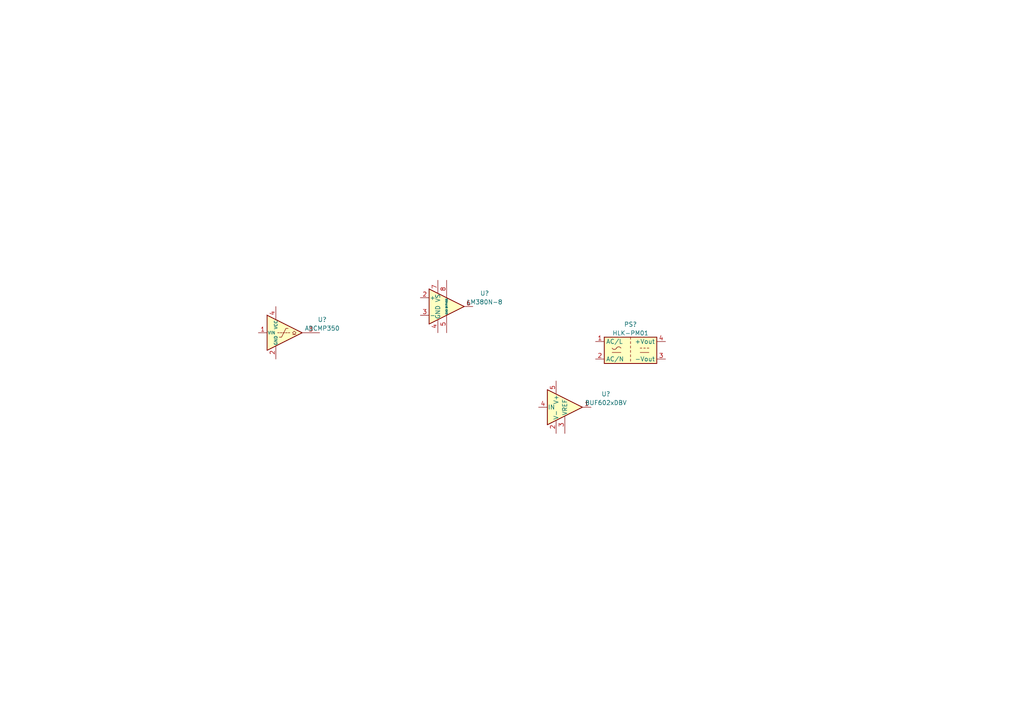
<source format=kicad_sch>
(kicad_sch (version 20211123) (generator eeschema)
  (paper "A4")
  (lib_symbols
    (symbol "Amplifier_Audio:LM380N-8" (pin_names (offset 0.127))
      (property "Reference" "U" (at 6.35 6.35 0))
      (property "Value" "LM380N-8" (at 6.35 3.81 0))
      (symbol "LM380N-8_0_1"
        (polyline (pts (xy -5.08 5.08) (xy 5.08 0) (xy -5.08 -5.08) (xy -5.08 5.08)) (stroke (width 0.254)) (fill (type background)))
      )
      (symbol "LM380N-8_1_1"
        (pin no_connect line (at 0 2.54 270) (length 2.54) hide (name "NC") (number "1"))
        (pin input line (at -7.62 2.54 0) (length 2.54) (name "+") (number "2"))
        (pin input line (at -7.62 -2.54 0) (length 2.54) (name "-") (number "3"))
        (pin power_in line (at -2.54 -7.62 90) (length 3.81) (name "GND") (number "4"))
        (pin power_in line (at 0 -7.62 90) (length 5.08) (name "GND") (number "5"))
        (pin output line (at 7.62 0 180) (length 2.54) (name "~") (number "6"))
        (pin power_in line (at -2.54 7.62 270) (length 3.81) (name "VS") (number "7"))
        (pin passive line (at 0 7.62 270) (length 5.08) (name "BYPASS") (number "8"))
      )
    )
    (symbol "Amplifier_Buffer:BUF602xDBV" (pin_names (offset 0.127))
      (property "Reference" "U" (at 6.35 2.54 0))
      (property "Value" "BUF602xDBV" (at 7.62 -2.54 0))
      (symbol "BUF602xDBV_0_1"
        (polyline (pts (xy 5.08 0) (xy -5.08 5.08) (xy -5.08 -5.08) (xy 5.08 0)) (stroke (width 0.254)) (fill (type background)))
      )
      (symbol "BUF602xDBV_1_1"
        (pin output line (at 7.62 0 180) (length 2.54) (name "~") (number "1"))
        (pin power_in line (at -2.54 -7.62 90) (length 3.81) (name "V-") (number "2"))
        (pin output line (at 0 -7.62 90) (length 5.08) (name "VREF") (number "3"))
        (pin input line (at -7.62 0 0) (length 2.54) (name "IN") (number "4"))
        (pin power_in line (at -2.54 7.62 270) (length 3.81) (name "V+") (number "5"))
      )
    )
    (symbol "Comparator:ADCMP350" (pin_names (offset 0.127))
      (property "Reference" "U" (at 3.175 5.08 0))
      (property "Value" "ADCMP350" (at 3.175 -5.08 0))
      (symbol "ADCMP350_0_1"
        (polyline (pts (xy 1.016 0) (xy 0.508 0)))
        (polyline (pts (xy 1.778 0) (xy 1.27 0)))
        (polyline (pts (xy 2.032 0) (xy 2.54 0)))
        (polyline (pts (xy 2.794 0) (xy 3.302 0)))
        (polyline (pts (xy 3.556 0) (xy 4.064 0)))
        (polyline (pts (xy -2.54 5.08) (xy 7.62 0) (xy -2.54 -5.08) (xy -2.54 5.08)) (stroke (width 0.254)) (fill (type background)))
        (polyline (pts (xy 1.016 -1.27) (xy 1.651 -1.27) (xy 2.921 1.27) (xy 3.556 1.27)))
        (polyline (pts (xy 4.826 -0.508) (xy 5.334 -0.508) (xy 4.826 0) (xy 5.334 0.508) (xy 5.842 0) (xy 5.334 -0.508) (xy 5.842 -0.508)) (stroke (width 0.127)))
      )
      (symbol "ADCMP350_1_1"
        (pin input line (at -5.08 0 0) (length 2.54) (name "VIN") (number "1"))
        (pin power_in line (at 0 -7.62 90) (length 3.81) (name "GND") (number "2"))
        (pin open_collector line (at 12.7 0 180) (length 5.08) (name "~") (number "3"))
        (pin power_in line (at 0 7.62 270) (length 3.81) (name "VCC") (number "4"))
      )
    )
    (symbol "Converter_ACDC:HLK-PM01"
      (property "Reference" "PS" (at 0 5.08 0))
      (property "Value" "HLK-PM01" (at 0 -5.08 0))
      (symbol "HLK-PM01_0_1"
        (rectangle (start -7.62 3.81) (end 7.62 -3.81) (stroke (width 0.254)) (fill (type background)))
        (arc (start -5.334 0.635) (mid -4.699 0.2495) (end -4.064 0.635))
        (arc (start -2.794 0.635) (mid -3.429 1.0072) (end -4.064 0.635))
        (polyline (pts (xy -5.334 -0.635) (xy -2.794 -0.635)))
        (polyline (pts (xy 0 -2.54) (xy 0 -3.175)))
        (polyline (pts (xy 0 -1.27) (xy 0 -1.905)))
        (polyline (pts (xy 0 0) (xy 0 -0.635)))
        (polyline (pts (xy 0 1.27) (xy 0 0.635)))
        (polyline (pts (xy 0 2.54) (xy 0 1.905)))
        (polyline (pts (xy 0 3.81) (xy 0 3.175)))
        (polyline (pts (xy 2.794 -0.635) (xy 5.334 -0.635)))
        (polyline (pts (xy 2.794 0.635) (xy 3.302 0.635)))
        (polyline (pts (xy 3.81 0.635) (xy 4.318 0.635)))
        (polyline (pts (xy 4.826 0.635) (xy 5.334 0.635)))
      )
      (symbol "HLK-PM01_1_1"
        (pin power_in line (at -10.16 2.54 0) (length 2.54) (name "AC/L") (number "1"))
        (pin power_in line (at -10.16 -2.54 0) (length 2.54) (name "AC/N") (number "2"))
        (pin power_out line (at 10.16 -2.54 180) (length 2.54) (name "-Vout") (number "3"))
        (pin power_out line (at 10.16 2.54 180) (length 2.54) (name "+Vout") (number "4"))
      )
    )
  )
  (symbol (lib_id "Comparator:ADCMP350") (at 80.01 96.52 0) (unit 1)
    (property "Reference" "U?" (at 93.4607 92.6933 0))
    (property "Value" "ADCMP350" (at 93.4607 95.2302 0))
    (property "Footprint" "Package_TO_SOT_SMD:Analog_KS-4" (effects hide))
    (property "Datasheet" "https://www.analog.com/media/en/technical-documentation/data-sheets/ADCMP350_354_356.pdf" (effects hide))
  )
  (symbol (lib_id "Amplifier_Buffer:BUF602xDBV") (at 163.83 118.11 0) (unit 1)
    (property "Reference" "U?" (at 175.7385 114.2833 0))
    (property "Value" "BUF602xDBV" (at 175.7385 116.8202 0))
    (property "Footprint" "Package_TO_SOT_SMD:SOT-23-5" (effects hide))
    (property "Datasheet" "http://www.ti.com/lit/ds/symlink/buf602.pdf" (effects hide))
  )
  (symbol (lib_id "Converter_ACDC:HLK-PM01") (at 182.88 101.6 0) (unit 1)
    (property "Reference" "PS?" (at 182.88 94.0902 0))
    (property "Value" "HLK-PM01" (at 182.88 96.6271 0))
    (property "Footprint" "Converter_ACDC:Converter_ACDC_HiLink_HLK-PMxx" (effects hide))
    (property "Datasheet" "http://www.hlktech.net/product_detail.php?ProId=54" (effects hide))
  )
  (symbol (lib_id "Amplifier_Audio:LM380N-8") (at 129.54 88.9 0) (unit 1)
    (property "Reference" "U?" (at 140.5716 85.0733 0))
    (property "Value" "LM380N-8" (at 140.5716 87.6102 0))
    (property "Footprint" "Package_DIP:DIP-8_W7.62mm" (effects hide))
    (property "Datasheet" "http://www.ti.com/lit/ds/symlink/lm380.pdf" (effects hide))
  )
)
</source>
